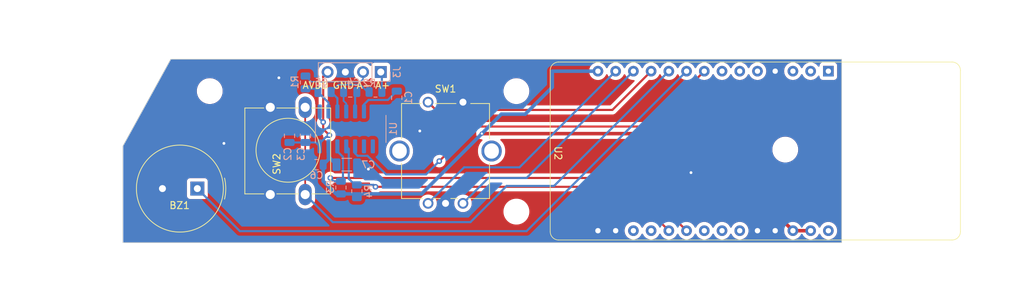
<source format=kicad_pcb>
(kicad_pcb (version 20221018) (generator pcbnew)
  (layers (0 "F.Cu" signal) (31 "B.Cu" signal) (34 "B.Paste" user) (35 "F.Paste" user) (36 "B.SilkS" user "B.Silkscreen") (37 "F.SilkS" user "F.Silkscreen") (38 "B.Mask" user) (39 "F.Mask" user) (44 "Edge.Cuts" user))
  (net 0 "")
  (net 1 "/BUZZ")
  (net 2 "GND")
  (net 3 "Net-(U1-VBG)")
  (net 4 "VDDA")
  (net 5 "Net-(U1-VIN2N)")
  (net 6 "Net-(U1-VIN2P)")
  (net 7 "Net-(U1-VIN1N)")
  (net 8 "Net-(U1-VIN1P)")
  (net 9 "+3.3V")
  (net 10 "/SCL")
  (net 11 "/SDA")
  (net 12 "/ENC_A")
  (net 13 "/ENC_B")
  (net 14 "/ENC_SW")
  (net 15 "/BACK_SW")
  (net 16 "/DRDY")
  (net 17 "/A+")
  (net 18 "/A-")
  (footprint "MountingHole:MountingHole_3.2mm_M3" (layer "F.Cu") (at 145.796 63.246)
    (fp_text reference "REF**" hide)
    (fp_text value "MountingHole_3.2mm_M3")
    (pad "" np_thru_hole circle (at 0 0) (size 3.2 3.2) (drill 3.2) (layers "*.Cu" "*.Mask"))
  )
  (footprint "MountingHole:MountingHole_3.2mm_M3" (layer "F.Cu") (at 145.796 45.974)
    (fp_text reference "REF**" hide)
    (fp_text value "MountingHole_3.2mm_M3")
    (pad "" np_thru_hole circle (at 0 0) (size 3.2 3.2) (drill 3.2) (layers "*.Cu" "*.Mask"))
  )
  (footprint "MountingHole:MountingHole_3.2mm_M3" (layer "F.Cu") (at 184.324 54.356)
    (fp_text reference "REF**" hide)
    (fp_text value "MountingHole_3.2mm_M3")
    (pad "" np_thru_hole circle (at 0 0) (size 3.2 3.2) (drill 3.2) (layers "*.Cu" "*.Mask"))
  )
  (footprint "Buzzer_Beeper:Buzzer_TDK_PS1240P02BT_D12.2mm_H6.5mm" (layer "F.Cu") (at 100.076 59.944 180)
    (fp_text reference "BZ1" (at 2.54 -2.413) (layer "F.SilkS"))
    (fp_text value "Buzzer")
    (fp_arc (start -3.9 1.499999) (mid -4.073431 0) (end -3.9 -1.5) (stroke (width 0.12)) (layer "F.SilkS"))
    (fp_circle (center 2.5 0) (end 8.73 0) (stroke (width 0.12)) (fill none) (layer "F.SilkS"))
    (pad "1" thru_hole rect (at 0 0 180) (size 2 2) (drill 1) (layers "*.Cu" "*.Mask") (net 1 "/BUZZ"))
    (pad "2" thru_hole circle (at 5 0 180) (size 2 2) (drill 1) (layers "*.Cu" "*.Mask") (net 2 "GND"))
  )
  (footprint "Button_Switch_THT:SW_PUSH-12mm" (layer "F.Cu") (at 110.53 60.7998 90)
    (fp_text reference "SW2" (at 4.382 0.928 90) (layer "F.SilkS"))
    (fp_text value "SW_Push")
    (fp_line (start 0.1 -3.65) (end 12.4 -3.65) (stroke (width 0.12)) (layer "F.SilkS"))
    (fp_line (start 0.1 -0.93) (end 0.1 -3.65) (stroke (width 0.12)) (layer "F.SilkS"))
    (fp_line (start 0.1 4.07) (end 0.1 0.93) (stroke (width 0.12)) (layer "F.SilkS"))
    (fp_line (start 0.1 8.65) (end 0.1 5.93) (stroke (width 0.12)) (layer "F.SilkS"))
    (fp_line (start 12.4 -3.65) (end 12.4 -0.93) (stroke (width 0.12)) (layer "F.SilkS"))
    (fp_line (start 12.4 0.93) (end 12.4 4.07) (stroke (width 0.12)) (layer "F.SilkS"))
    (fp_line (start 12.4 5.93) (end 12.4 8.65) (stroke (width 0.12)) (layer "F.SilkS"))
    (fp_line (start 12.4 8.65) (end 0.1 8.65) (stroke (width 0.12)) (layer "F.SilkS"))
    (fp_circle (center 6.35 2.54) (end 10.16 5.08) (stroke (width 0.12)) (fill none) (layer "F.SilkS"))
    (pad "1" thru_hole oval (at 0 0 90) (size 3.048 1.85) (drill 1.3) (layers "*.Cu" "*.Mask") (net 2 "GND"))
    (pad "1" thru_hole oval (at 12.5 0 90) (size 3.048 1.85) (drill 1.3) (layers "*.Cu" "*.Mask") (net 2 "GND"))
    (pad "2" thru_hole oval (at 0 5 90) (size 3.048 1.85) (drill 1.3) (layers "*.Cu" "*.Mask") (net 15 "/BACK_SW"))
    (pad "2" thru_hole oval (at 12.5 5 90) (size 3.048 1.85) (drill 1.3) (layers "*.Cu" "*.Mask") (net 15 "/BACK_SW"))
  )
  (footprint "Module:LilyGo_T-Display-S3-AMOLED" (layer "F.Cu") (at 190.5 43.1188 -90)
    (fp_text reference "U2" (at 11.7452 38.735 -90 unlocked) (layer "F.SilkS"))
    (fp_text value "~")
    (fp_line (start -1.309 38.656) (end -1.309 -17.724) (stroke (width 0.1)) (layer "F.SilkS"))
    (fp_line (start -0.109 -18.924) (end 22.991 -18.924) (stroke (width 0.1)) (layer "F.SilkS"))
    (fp_line (start 22.991 39.856) (end -0.109 39.856) (stroke (width 0.1)) (layer "F.SilkS"))
    (fp_line (start 24.191 -17.724) (end 24.191 38.656) (stroke (width 0.1)) (layer "F.SilkS"))
    (fp_arc (start -1.309 -17.724) (mid -0.957528 -18.572528) (end -0.109 -18.924) (stroke (width 0.1)) (layer "F.SilkS"))
    (fp_arc (start -0.109 39.856) (mid -0.957528 39.504528) (end -1.309 38.656) (stroke (width 0.1)) (layer "F.SilkS"))
    (fp_arc (start 22.991 -18.924) (mid 23.839528 -18.572528) (end 24.191 -17.724) (stroke (width 0.1)) (layer "F.SilkS"))
    (fp_arc (start 24.191 38.656) (mid 23.839528 39.504528) (end 22.991 39.856) (stroke (width 0.1)) (layer "F.SilkS"))
    (pad "1" thru_hole rect (at 0 0 270) (size 1.524 1.524) (drill 0.762) (layers "*.Cu" "*.Mask"))
    (pad "2" thru_hole circle (at 0 2.54 270) (size 1.524 1.524) (drill 0.762) (layers "*.Cu" "*.Mask"))
    (pad "3" thru_hole circle (at 0 5.08 270) (size 1.524 1.524) (drill 0.762) (layers "*.Cu" "*.Mask"))
    (pad "4" thru_hole circle (at 0 7.62 270) (size 1.524 1.524) (drill 0.762) (layers "*.Cu" "*.Mask") (net 2 "GND"))
    (pad "5" thru_hole circle (at 0 10.16 270) (size 1.524 1.524) (drill 0.762) (layers "*.Cu" "*.Mask"))
    (pad "6" thru_hole circle (at 0 12.7 270) (size 1.524 1.524) (drill 0.762) (layers "*.Cu" "*.Mask"))
    (pad "7" thru_hole circle (at 0 15.24 270) (size 1.524 1.524) (drill 0.762) (layers "*.Cu" "*.Mask"))
    (pad "8" thru_hole circle (at 0 17.78 270) (size 1.524 1.524) (drill 0.762) (layers "*.Cu" "*.Mask") (net 16 "/DRDY"))
    (pad "9" thru_hole circle (at 0 20.32 270) (size 1.524 1.524) (drill 0.762) (layers "*.Cu" "*.Mask") (net 1 "/BUZZ"))
    (pad "10" thru_hole circle (at 0 22.86 270) (size 1.524 1.524) (drill 0.762) (layers "*.Cu" "*.Mask") (net 15 "/BACK_SW"))
    (pad "11" thru_hole circle (at 0 25.4 270) (size 1.524 1.524) (drill 0.762) (layers "*.Cu" "*.Mask") (net 14 "/ENC_SW"))
    (pad "12" thru_hole circle (at 0 27.94 270) (size 1.524 1.524) (drill 0.762) (layers "*.Cu" "*.Mask") (net 13 "/ENC_B"))
    (pad "13" thru_hole circle (at 0 30.48 270) (size 1.524 1.524) (drill 0.762) (layers "*.Cu" "*.Mask") (net 12 "/ENC_A"))
    (pad "14" thru_hole circle (at 0 33.02 270) (size 1.524 1.524) (drill 0.762) (layers "*.Cu" "*.Mask") (net 9 "+3.3V"))
    (pad "15" thru_hole circle (at 22.86 33.02 270) (size 1.524 1.524) (drill 0.762) (layers "*.Cu" "*.Mask") (net 2 "GND"))
    (pad "16" thru_hole circle (at 22.86 30.48 270) (size 1.524 1.524) (drill 0.762) (layers "*.Cu" "*.Mask") (net 2 "GND"))
    (pad "17" thru_hole circle (at 22.86 27.94 270) (size 1.524 1.524) (drill 0.762) (layers "*.Cu" "*.Mask"))
    (pad "18" thru_hole circle (at 22.86 25.4 270) (size 1.524 1.524) (drill 0.762) (layers "*.Cu" "*.Mask"))
    (pad "19" thru_hole circle (at 22.86 22.86 270) (size 1.524 1.524) (drill 0.762) (layers "*.Cu" "*.Mask") (net 10 "/SCL"))
    (pad "20" thru_hole circle (at 22.86 20.32 270) (size 1.524 1.524) (drill 0.762) (layers "*.Cu" "*.Mask") (net 11 "/SDA"))
    (pad "21" thru_hole circle (at 22.86 17.78 270) (size 1.524 1.524) (drill 0.762) (layers "*.Cu" "*.Mask"))
    (pad "22" thru_hole circle (at 22.86 15.24 270) (size 1.524 1.524) (drill 0.762) (layers "*.Cu" "*.Mask"))
    (pad "23" thru_hole circle (at 22.86 12.7 270) (size 1.524 1.524) (drill 0.762) (layers "*.Cu" "*.Mask"))
    (pad "24" thru_hole circle (at 22.86 10.16 270) (size 1.524 1.524) (drill 0.762) (layers "*.Cu" "*.Mask") (net 2 "GND"))
    (pad "25" thru_hole circle (at 22.86 7.62 270) (size 1.524 1.524) (drill 0.762) (layers "*.Cu" "*.Mask") (net 2 "GND"))
    (pad "26" thru_hole circle (at 22.86 5.08 270) (size 1.524 1.524) (drill 0.762) (layers "*.Cu" "*.Mask") (net 9 "+3.3V"))
    (pad "27" thru_hole circle (at 22.86 2.54 270) (size 1.524 1.524) (drill 0.762) (layers "*.Cu" "*.Mask") (net 9 "+3.3V"))
    (pad "28" thru_hole circle (at 22.86 0 270) (size 1.524 1.524) (drill 0.762) (layers "*.Cu" "*.Mask"))
  )
  (footprint "Rotary_Encoder:RotaryEncoder_Bourns_Vertical_PEC12R-3xxxF-Sxxxx" (layer "F.Cu") (at 133.14 62.0598 90)
    (fp_text reference "SW1" (at 16.4 2.5) (layer "F.SilkS"))
    (fp_text value "RotaryEncoder_Switch")
    (fp_line (start 0.7 -3.8) (end 5.75 -3.8) (stroke (width 0.12)) (layer "F.SilkS"))
    (fp_line (start 0.7 -0.8) (end 0.7 -3.8) (stroke (width 0.12)) (layer "F.SilkS"))
    (fp_line (start 0.7 0.75) (end 0.7 1.75) (stroke (width 0.12)) (layer "F.SilkS"))
    (fp_line (start 0.7 3.25) (end 0.7 4.25) (stroke (width 0.12)) (layer "F.SilkS"))
    (fp_line (start 0.7 5.8) (end 0.7 8.8) (stroke (width 0.12)) (layer "F.SilkS"))
    (fp_line (start 5.75 8.8) (end 0.7 8.8) (stroke (width 0.12)) (layer "F.SilkS"))
    (fp_line (start 9.25 -3.8) (end 14.3 -3.8) (stroke (width 0.12)) (layer "F.SilkS"))
    (fp_line (start 14.3 -3.8) (end 14.3 -1) (stroke (width 0.12)) (layer "F.SilkS"))
    (fp_line (start 14.3 1) (end 14.3 4) (stroke (width 0.12)) (layer "F.SilkS"))
    (fp_line (start 14.3 6.1) (end 14.3 8.8) (stroke (width 0.12)) (layer "F.SilkS"))
    (fp_line (start 14.3 8.8) (end 9.25 8.8) (stroke (width 0.12)) (layer "F.SilkS"))
    (pad "A" thru_hole circle (at 0 0) (size 1.524 1.524) (drill 1) (layers "*.Cu" "*.Mask") (net 12 "/ENC_A"))
    (pad "B" thru_hole circle (at 0 5) (size 1.524 1.524) (drill 1) (layers "*.Cu" "*.Mask") (net 13 "/ENC_B"))
    (pad "C" thru_hole circle (at 0 2.5) (size 1.524 1.524) (drill 1) (layers "*.Cu" "*.Mask") (net 2 "GND"))
    (pad "S1" thru_hole circle (at 14.5 0) (size 1.524 1.524) (drill 1) (layers "*.Cu" "*.Mask") (net 14 "/ENC_SW"))
    (pad "S2" thru_hole circle (at 14.5 5) (size 1.524 1.524) (drill 1) (layers "*.Cu" "*.Mask") (net 2 "GND"))
    (pad "SH" thru_hole oval (at 7.5 -4.1) (size 2.9 3) (drill oval 2.1 2.2) (layers "*.Cu" "*.Mask"))
    (pad "SH" thru_hole oval (at 7.5 9.1) (size 2.9 3) (drill oval 2.1 2.2) (layers "*.Cu" "*.Mask"))
  )
  (footprint "MountingHole:MountingHole_3.2mm_M3" (layer "F.Cu") (at 101.854 45.974)
    (fp_text reference "REF**" hide)
    (fp_text value "MountingHole_3.2mm_M3")
    (pad "" np_thru_hole circle (at 0 0) (size 3.2 3.2) (drill 3.2) (layers "*.Cu" "*.Mask"))
  )
  (footprint "Capacitor_SMD:C_0805_2012Metric" (layer "B.Cu") (at 117.155 56.515 180)
    (fp_text reference "C6" (at 0 -1.524) (layer "B.SilkS") (effects (justify mirror)))
    (fp_text value "0.1uF")
    (fp_line (start -0.261252 -0.735) (end 0.261252 -0.735) (stroke (width 0.12)) (layer "B.SilkS"))
    (fp_line (start -0.261252 0.735) (end 0.261252 0.735) (stroke (width 0.12)) (layer "B.SilkS"))
    (pad "1" smd roundrect (at -0.95 0 180) (size 1 1.45) (layers "B.Cu" "B.Paste" "B.Mask") (net 9 "+3.3V"))
    (pad "2" smd roundrect (at 0.95 0 180) (size 1 1.45) (layers "B.Cu" "B.Paste" "B.Mask") (net 2 "GND"))
  )
  (footprint "Capacitor_SMD:C_1206_3216Metric" (layer "B.Cu") (at 121.49 56.515)
    (fp_text reference "C7" (at 3.097 0) (layer "B.SilkS") (effects (justify mirror)))
    (fp_text value "10uF")
    (fp_line (start -0.711252 -0.91) (end 0.711252 -0.91) (stroke (width 0.12)) (layer "B.SilkS"))
    (fp_line (start -0.711252 0.91) (end 0.711252 0.91) (stroke (width 0.12)) (layer "B.SilkS"))
    (pad "1" smd roundrect (at -1.475 0) (size 1.15 1.8) (layers "B.Cu" "B.Paste" "B.Mask") (roundrect_rratio 0.2173913043) (net 9 "+3.3V"))
    (pad "2" smd roundrect (at 1.475 0) (size 1.15 1.8) (layers "B.Cu" "B.Paste" "B.Mask") (roundrect_rratio 0.2173913043) (net 2 "GND"))
  )
  (footprint "Capacitor_SMD:C_0805_2012Metric" (layer "B.Cu") (at 121.981 46.101)
    (fp_text reference "C4" (at 0.447 -1.397) (layer "B.SilkS") (effects (justify mirror)))
    (fp_text value "330pF")
    (fp_line (start -0.261252 -0.735) (end 0.261252 -0.735) (stroke (width 0.12)) (layer "B.SilkS"))
    (fp_line (start -0.261252 0.735) (end 0.261252 0.735) (stroke (width 0.12)) (layer "B.SilkS"))
    (pad "1" smd roundrect (at -0.95 0) (size 1 1.45) (layers "B.Cu" "B.Paste" "B.Mask") (net 5 "Net-(U1-VIN2N)"))
    (pad "2" smd roundrect (at 0.95 0) (size 1 1.45) (layers "B.Cu" "B.Paste" "B.Mask") (net 6 "Net-(U1-VIN2P)"))
  )
  (footprint "Resistor_SMD:R_0805_2012Metric" (layer "B.Cu") (at 122.936 60.325 90)
    (fp_text reference "R4" (at 0 1.65 90) (layer "B.SilkS") (effects (justify mirror)))
    (fp_text value "4K7")
    (fp_line (start -0.227064 -0.735) (end 0.227064 -0.735) (stroke (width 0.12)) (layer "B.SilkS"))
    (fp_line (start -0.227064 0.735) (end 0.227064 0.735) (stroke (width 0.12)) (layer "B.SilkS"))
    (pad "1" smd roundrect (at -0.9125 0 90) (size 1.025 1.4) (layers "B.Cu" "B.Paste" "B.Mask") (roundrect_rratio 0.243902439) (net 9 "+3.3V"))
    (pad "2" smd roundrect (at 0.9125 0 90) (size 1.025 1.4) (layers "B.Cu" "B.Paste" "B.Mask") (roundrect_rratio 0.243902439) (net 10 "/SCL"))
  )
  (footprint "Capacitor_SMD:C_0805_2012Metric" (layer "B.Cu") (at 118.303 46.101)
    (fp_text reference "C5" (at -0.447 -1.397) (layer "B.SilkS") (effects (justify mirror)))
    (fp_text value "0.1uF")
    (fp_line (start -0.261252 -0.735) (end 0.261252 -0.735) (stroke (width 0.12)) (layer "B.SilkS"))
    (fp_line (start -0.261252 0.735) (end 0.261252 0.735) (stroke (width 0.12)) (layer "B.SilkS"))
    (pad "1" smd roundrect (at -0.95 0) (size 1 1.45) (layers "B.Cu" "B.Paste" "B.Mask") (net 7 "Net-(U1-VIN1N)"))
    (pad "2" smd roundrect (at 0.95 0) (size 1 1.45) (layers "B.Cu" "B.Paste" "B.Mask") (net 8 "Net-(U1-VIN1P)"))
  )
  (footprint "Capacitor_SMD:C_0805_2012Metric" (layer "B.Cu") (at 128.651 46.929 90)
    (fp_text reference "C1" (at 0 1.68 90) (layer "B.SilkS") (effects (justify mirror)))
    (fp_text value "0.1uF")
    (fp_line (start -0.261252 -0.735) (end 0.261252 -0.735) (stroke (width 0.12)) (layer "B.SilkS"))
    (fp_line (start -0.261252 0.735) (end 0.261252 0.735) (stroke (width 0.12)) (layer "B.SilkS"))
    (pad "1" smd roundrect (at -0.95 0 90) (size 1 1.45) (layers "B.Cu" "B.Paste" "B.Mask") (net 2 "GND"))
    (pad "2" smd roundrect (at 0.95 0 90) (size 1 1.45) (layers "B.Cu" "B.Paste" "B.Mask") (net 3 "Net-(U1-VBG)"))
  )
  (footprint "Capacitor_SMD:C_0805_2012Metric" (layer "B.Cu") (at 113.284 52.385 90)
    (fp_text reference "C2" (at -2.606 -0.254 90) (layer "B.SilkS") (effects (justify mirror)))
    (fp_text value "0.1uF")
    (fp_line (start -0.261252 -0.735) (end 0.261252 -0.735) (stroke (width 0.12)) (layer "B.SilkS"))
    (fp_line (start -0.261252 0.735) (end 0.261252 0.735) (stroke (width 0.12)) (layer "B.SilkS"))
    (pad "1" smd roundrect (at -0.95 0 90) (size 1 1.45) (layers "B.Cu" "B.Paste" "B.Mask") (net 4 "VDDA"))
    (pad "2" smd roundrect (at 0.95 0 90) (size 1 1.45) (layers "B.Cu" "B.Paste" "B.Mask") (net 2 "GND"))
  )
  (footprint "Connector_PinHeader_2.54mm:PinHeader_1x04_P2.54mm_Vertical" (layer "B.Cu") (at 126.365 43.239311 90)
    (fp_text reference "J3" (at 0 2.33 90) (layer "B.SilkS") (effects (justify mirror)))
    (fp_text value "Load Cell")
    (fp_line (start -1.33 -8.95) (end 1.33 -8.95) (stroke (width 0.12)) (layer "B.SilkS"))
    (fp_line (start -1.33 -1.27) (end -1.33 -8.95) (stroke (width 0.12)) (layer "B.SilkS"))
    (fp_line (start -1.33 -1.27) (end 1.33 -1.27) (stroke (width 0.12)) (layer "B.SilkS"))
    (fp_line (start -1.33 0) (end -1.33 1.33) (stroke (width 0.12)) (layer "B.SilkS"))
    (fp_line (start -1.33 1.33) (end 0 1.33) (stroke (width 0.12)) (layer "B.SilkS"))
    (fp_line (start 1.33 -1.27) (end 1.33 -8.95) (stroke (width 0.12)) (layer "B.SilkS"))
    (pad "1" thru_hole rect (at 0 0 90) (size 1.7 1.7) (drill 1) (layers "*.Cu" "*.Mask") (net 17 "/A+"))
    (pad "2" thru_hole oval (at 0 -2.54 90) (size 1.7 1.7) (drill 1) (layers "*.Cu" "*.Mask") (net 18 "/A-"))
    (pad "3" thru_hole oval (at 0 -5.08 90) (size 1.7 1.7) (drill 1) (layers "*.Cu" "*.Mask") (net 2 "GND"))
    (pad "4" thru_hole oval (at 0 -7.62 90) (size 1.7 1.7) (drill 1) (layers "*.Cu" "*.Mask") (net 4 "VDDA"))
  )
  (footprint "Package_SO:SOP-16_3.9x9.9mm_P1.27mm" (layer "B.Cu") (at 122.047 51.395 -90)
    (fp_text reference "U1" (at 0 -6.096 90) (layer "B.SilkS") (effects (justify mirror)))
    (fp_text value "~")
    (fp_line (start 0 -5.06) (end -1.95 -5.06) (stroke (width 0.12)) (layer "B.SilkS"))
    (fp_line (start 0 -5.06) (end 1.95 -5.06) (stroke (width 0.12)) (layer "B.SilkS"))
    (fp_line (start 0 5.06) (end -3.5 5.06) (stroke (width 0.12)) (layer "B.SilkS"))
    (fp_line (start 0 5.06) (end 1.95 5.06) (stroke (width 0.12)) (layer "B.SilkS"))
    (pad "1" smd roundrect (at -2.5 4.445 270) (size 2 0.6) (layers "B.Cu" "B.Paste" "B.Mask") (net 4 "VDDA"))
    (pad "2" smd roundrect (at -2.5 3.175 270) (size 2 0.6) (layers "B.Cu" "B.Paste" "B.Mask") (net 7 "Net-(U1-VIN1N)"))
    (pad "3" smd roundrect (at -2.5 1.905 270) (size 2 0.6) (layers "B.Cu" "B.Paste" "B.Mask") (net 8 "Net-(U1-VIN1P)"))
    (pad "4" smd roundrect (at -2.5 0.635 270) (size 2 0.6) (layers "B.Cu" "B.Paste" "B.Mask") (net 5 "Net-(U1-VIN2N)"))
    (pad "5" smd roundrect (at -2.5 -0.635 270) (size 2 0.6) (layers "B.Cu" "B.Paste" "B.Mask") (net 6 "Net-(U1-VIN2P)"))
    (pad "6" smd roundrect (at -2.5 -1.905 270) (size 2 0.6) (layers "B.Cu" "B.Paste" "B.Mask") (net 3 "Net-(U1-VBG)"))
    (pad "7" smd roundrect (at -2.5 -3.175 270) (size 2 0.6) (layers "B.Cu" "B.Paste" "B.Mask") (net 2 "GND"))
    (pad "8" smd roundrect (at -2.5 -4.445 270) (size 2 0.6) (layers "B.Cu" "B.Paste" "B.Mask") (net 2 "GND"))
    (pad "9" smd roundrect (at 2.5 -4.445 270) (size 2 0.6) (layers "B.Cu" "B.Paste" "B.Mask") (net 2 "GND"))
    (pad "10" smd roundrect (at 2.5 -3.175 270) (size 2 0.6) (layers "B.Cu" "B.Paste" "B.Mask"))
    (pad "11" smd roundrect (at 2.5 -1.905 270) (size 2 0.6) (layers "B.Cu" "B.Paste" "B.Mask"))
    (pad "12" smd roundrect (at 2.5 -0.635 270) (size 2 0.6) (layers "B.Cu" "B.Paste" "B.Mask") (net 16 "/DRDY"))
    (pad "13" smd roundrect (at 2.5 0.635 270) (size 2 0.6) (layers "B.Cu" "B.Paste" "B.Mask") (net 10 "/SCL"))
    (pad "14" smd roundrect (at 2.5 1.905 270) (size 2 0.6) (layers "B.Cu" "B.Paste" "B.Mask") (net 11 "/SDA"))
    (pad "15" smd roundrect (at 2.5 3.175 270) (size 2 0.6) (layers "B.Cu" "B.Paste" "B.Mask") (net 9 "+3.3V"))
    (pad "16" smd roundrect (at 2.5 4.445 270) (size 2 0.6) (layers "B.Cu" "B.Paste" "B.Mask") (net 4 "VDDA"))
  )
  (footprint "Resistor_SMD:R_0805_2012Metric" (layer "B.Cu") (at 125.603 46.101)
    (fp_text reference "R2" (at -0.889 -1.27) (layer "B.SilkS") (effects (justify mirror)))
    (fp_text value "47")
    (fp_line (start -0.227064 -0.735) (end 0.227064 -0.735) (stroke (width 0.12)) (layer "B.SilkS"))
    (fp_line (start -0.227064 0.735) (end 0.227064 0.735) (stroke (width 0.12)) (layer "B.SilkS"))
    (pad "1" smd roundrect (at -0.9125 0) (size 1.025 1.4) (layers "B.Cu" "B.Paste" "B.Mask") (roundrect_rratio 0.243902439) (net 8 "Net-(U1-VIN1P)"))
    (pad "2" smd roundrect (at 0.9125 0) (size 1.025 1.4) (layers "B.Cu" "B.Paste" "B.Mask") (roundrect_rratio 0.243902439) (net 17 "/A+"))
  )
  (footprint "Resistor_SMD:R_0805_2012Metric" (layer "B.Cu") (at 120.65 59.7935 90)
    (fp_text reference "R3" (at 0.1035 -1.524 90) (layer "B.SilkS") (effects (justify mirror)))
    (fp_text value "4K7")
    (fp_line (start -0.227064 -0.735) (end 0.227064 -0.735) (stroke (width 0.12)) (layer "B.SilkS"))
    (fp_line (start -0.227064 0.735) (end 0.227064 0.735) (stroke (width 0.12)) (layer "B.SilkS"))
    (pad "1" smd roundrect (at -0.9125 0 90) (size 1.025 1.4) (layers "B.Cu" "B.Paste" "B.Mask") (roundrect_rratio 0.243902439) (net 9 "+3.3V"))
    (pad "2" smd roundrect (at 0.9125 0 90) (size 1.025 1.4) (layers "B.Cu" "B.Paste" "B.Mask") (roundrect_rratio 0.243902439) (net 11 "/SDA"))
  )
  (footprint "Resistor_SMD:R_0805_2012Metric" (layer "B.Cu") (at 115.57 44.7275 90)
    (fp_text reference "R1" (at 0.0235 -1.524 90) (layer "B.SilkS") (effects (justify mirror)))
    (fp_text value "47")
    (fp_line (start -0.227064 -0.735) (end 0.227064 -0.735) (stroke (width 0.12)) (layer "B.SilkS"))
    (fp_line (start -0.227064 0.735) (end 0.227064 0.735) (stroke (width 0.12)) (layer "B.SilkS"))
    (pad "1" smd roundrect (at -0.9125 0 90) (size 1.025 1.4) (layers "B.Cu" "B.Paste" "B.Mask") (roundrect_rratio 0.243902439) (net 7 "Net-(U1-VIN1N)"))
    (pad "2" smd roundrect (at 0.9125 0 90) (size 1.025 1.4) (layers "B.Cu" "B.Paste" "B.Mask") (roundrect_rratio 0.243902439) (net 18 "/A-"))
  )
  (footprint "Capacitor_SMD:C_0805_2012Metric" (layer "B.Cu") (at 115.57 52.385 90)
    (fp_text reference "C3" (at -2.606 -0.635 90) (layer "B.SilkS") (effects (justify mirror)))
    (fp_text value "1uF")
    (fp_line (start -0.261252 -0.735) (end 0.261252 -0.735) (stroke (width 0.12)) (layer "B.SilkS"))
    (fp_line (start -0.261252 0.735) (end 0.261252 0.735) (stroke (width 0.12)) (layer "B.SilkS"))
    (pad "1" smd roundrect (at -0.95 0 90) (size 1 1.45) (layers "B.Cu" "B.Paste" "B.Mask") (net 4 "VDDA"))
    (pad "2" smd roundrect (at 0.95 0 90) (size 1 1.45) (layers "B.Cu" "B.Paste" "B.Mask") (net 2 "GND"))
  )
  (gr_poly (pts (xy 192.405 67.691) (xy 192.405 41.402) (xy 96.266 41.402) (xy 89.408 53.848) (xy 89.408 67.691)) (stroke (width 0.1)) (fill none) (layer "Edge.Cuts"))
  (gr_text "A+" (at 125.476 45.72) (layer "F.SilkS") (effects (font (size 1 1)) (justify left bottom)))
  (gr_text "AVDD" (at 115.062 45.72) (layer "F.SilkS") (effects (font (size 1 1)) (justify left bottom)))
  (gr_text "GND" (at 119.38 45.72) (layer "F.SilkS") (effects (font (size 1 1)) (justify left bottom)))
  (gr_text "A-" (at 122.809 45.72) (layer "F.SilkS") (effects (font (size 1 1)) (justify left bottom)))
  (segment (start 100.076 59.944) (end 106.172 66.04) (width 0.3048) (layer "B.Cu") (net 1))
  (segment (start 106.172 66.04) (end 147.2588 66.04) (width 0.3048) (layer "B.Cu") (net 1))
  (segment (start 147.2588 66.04) (end 170.18 43.1188) (width 0.3048) (layer "B.Cu") (net 1))
  (via (at 111.76 44.069) (size 0.8) (drill 0.4) (layers "F.Cu" "B.Cu") (net 2))
  (via (at 131.953 51.689) (size 0.8) (drill 0.4) (layers "F.Cu" "B.Cu") (net 2))
  (via (at 170.815 57.658) (size 0.8) (drill 0.4) (layers "F.Cu" "B.Cu") (net 2))
  (via (at 124.587 57.15) (size 0.8) (drill 0.4) (layers "F.Cu" "B.Cu") (net 2))
  (via (at 103.886 53.467) (size 0.8) (drill 0.4) (layers "F.Cu" "B.Cu") (net 2))
  (segment (start 124.603 47.244) (end 127.386 47.244) (width 0.3048) (layer "B.Cu") (net 3))
  (segment (start 123.952 48.895) (end 123.952 47.895) (width 0.3048) (layer "B.Cu") (net 3))
  (segment (start 123.952 47.895) (end 124.603 47.244) (width 0.3048) (layer "B.Cu") (net 3))
  (segment (start 127.386 47.244) (end 128.651 45.979) (width 0.3048) (layer "B.Cu") (net 3))
  (segment (start 118.745 43.239311) (end 118.11 43.874311) (width 0.3048) (layer "F.Cu") (net 4))
  (segment (start 118.997872 52.2955) (end 118.11 51.407628) (width 0.3048) (layer "F.Cu") (net 4))
  (segment (start 118.11 51.407628) (end 118.11 50.419) (width 0.3048) (layer "F.Cu") (net 4))
  (segment (start 118.11 43.874311) (end 118.11 50.419) (width 0.3048) (layer "F.Cu") (net 4))
  (via (at 118.11 50.419) (size 0.8) (drill 0.4) (layers "F.Cu" "B.Cu") (net 4))
  (via (at 118.997872 52.2955) (size 0.8) (drill 0.4) (layers "F.Cu" "B.Cu") (net 4))
  (segment (start 118.997872 52.2955) (end 118.750772 52.5426) (width 0.3048) (layer "B.Cu") (net 4))
  (segment (start 113.284 53.335) (end 115.57 53.335) (width 0.3048) (layer "B.Cu") (net 4))
  (segment (start 118.513898 52.5426) (end 117.602 53.454498) (width 0.3048) (layer "B.Cu") (net 4))
  (segment (start 117.042 53.335) (end 117.602 53.895) (width 0.3048) (layer "B.Cu") (net 4))
  (segment (start 117.602 49.911) (end 118.11 50.419) (width 0.3048) (layer "B.Cu") (net 4))
  (segment (start 117.602 53.454498) (end 117.602 53.895) (width 0.3048) (layer "B.Cu") (net 4))
  (segment (start 117.602 48.895) (end 117.602 49.911) (width 0.3048) (layer "B.Cu") (net 4))
  (segment (start 115.57 53.335) (end 117.042 53.335) (width 0.3048) (layer "B.Cu") (net 4))
  (segment (start 118.750772 52.5426) (end 118.513898 52.5426) (width 0.3048) (layer "B.Cu") (net 4))
  (segment (start 121.031 46.101) (end 121.031 47.371) (width 0.25) (layer "B.Cu") (net 5))
  (segment (start 121.412 47.752) (end 121.412 48.895) (width 0.25) (layer "B.Cu") (net 5))
  (segment (start 121.031 47.371) (end 121.412 47.752) (width 0.25) (layer "B.Cu") (net 5))
  (segment (start 122.682 46.35) (end 122.931 46.101) (width 0.3048) (layer "B.Cu") (net 6))
  (segment (start 122.682 48.895) (end 122.682 46.35) (width 0.3048) (layer "B.Cu") (net 6))
  (segment (start 118.872 47.62) (end 118.872 48.895) (width 0.3048) (layer "B.Cu") (net 7))
  (segment (start 116.892 45.64) (end 117.353 46.101) (width 0.3048) (layer "B.Cu") (net 7))
  (segment (start 115.57 45.64) (end 116.892 45.64) (width 0.3048) (layer "B.Cu") (net 7))
  (segment (start 117.353 46.101) (end 118.872 47.62) (width 0.3048) (layer "B.Cu") (net 7))
  (segment (start 120.142 46.99) (end 119.253 46.101) (width 0.3048) (layer "B.Cu") (net 8))
  (segment (start 123.419174 45.051) (end 120.303 45.051) (width 0.25) (layer "B.Cu") (net 8))
  (segment (start 124.6905 46.101) (end 124.469174 46.101) (width 0.25) (layer "B.Cu") (net 8))
  (segment (start 119.253 46.101) (end 119.454076 46.101) (width 0.3048) (layer "B.Cu") (net 8))
  (segment (start 120.303 45.051) (end 119.253 46.101) (width 0.25) (layer "B.Cu") (net 8))
  (segment (start 124.469174 46.101) (end 123.419174 45.051) (width 0.25) (layer "B.Cu") (net 8))
  (segment (start 120.142 48.895) (end 120.142 46.99) (width 0.3048) (layer "B.Cu") (net 8))
  (segment (start 171.5112 52.07) (end 140.843 52.07) (width 0.508) (layer "F.Cu") (net 9))
  (segment (start 185.42 65.9788) (end 171.5112 52.07) (width 0.508) (layer "F.Cu") (net 9))
  (segment (start 187.96 65.9788) (end 185.42 65.9788) (width 0.508) (layer "F.Cu") (net 9))
  (via (at 140.843 52.07) (size 0.61) (drill 0.3) (layers "F.Cu" "B.Cu") (net 9))
  (segment (start 132.207 60.706) (end 120.65 60.706) (width 0.508) (layer "B.Cu") (net 9))
  (segment (start 119.95 60.706) (end 120.65 60.706) (width 0.508) (layer "B.Cu") (net 9))
  (segment (start 150.940088 45.401912) (end 147.066 49.276) (width 0.508) (layer "B.Cu") (net 9))
  (segment (start 143.637 49.276) (end 132.207 60.706) (width 0.508) (layer "B.Cu") (net 9))
  (segment (start 157.48 43.1188) (end 150.940088 43.1188) (width 0.508) (layer "B.Cu") (net 9))
  (segment (start 118.105 58.861) (end 119.95 60.706) (width 0.508) (layer "B.Cu") (net 9))
  (segment (start 147.066 49.276) (end 143.637 49.276) (width 0.508) (layer "B.Cu") (net 9))
  (segment (start 118.105 56.515) (end 118.872 55.748) (width 0.508) (layer "B.Cu") (net 9))
  (segment (start 118.105 56.515) (end 118.105 58.861) (width 0.508) (layer "B.Cu") (net 9))
  (segment (start 118.872 55.372) (end 118.872 53.895) (width 0.508) (layer "B.Cu") (net 9))
  (segment (start 150.940088 43.1188) (end 150.940088 45.401912) (width 0.508) (layer "B.Cu") (net 9))
  (segment (start 120.015 56.515) (end 118.872 55.372) (width 0.508) (layer "B.Cu") (net 9))
  (segment (start 118.872 55.748) (end 118.872 53.895) (width 0.508) (layer "B.Cu") (net 9))
  (segment (start 161.3512 59.69) (end 125.603 59.69) (width 0.3048) (layer "F.Cu") (net 10))
  (segment (start 167.64 65.9788) (end 161.3512 59.69) (width 0.3048) (layer "F.Cu") (net 10))
  (via (at 125.603 59.69) (size 0.8) (drill 0.4) (layers "F.Cu" "B.Cu") (net 10))
  (segment (start 121.412 53.895) (end 121.7796 54.2626) (width 0.3048) (layer "B.Cu") (net 10))
  (segment (start 121.7796 58.5336) (end 122.6585 59.4125) (width 0.3048) (layer "B.Cu") (net 10))
  (segment (start 122.6585 59.4125) (end 122.936 59.4125) (width 0.3048) (layer "B.Cu") (net 10))
  (segment (start 122.936 59.4125) (end 125.3255 59.4125) (width 0.3048) (layer "B.Cu") (net 10))
  (segment (start 121.7796 54.2626) (end 121.7796 58.5336) (width 0.3048) (layer "B.Cu") (net 10))
  (segment (start 125.3255 59.4125) (end 125.603 59.69) (width 0.3048) (layer "B.Cu") (net 10))
  (segment (start 162.6212 58.42) (end 170.18 65.9788) (width 0.3048) (layer "F.Cu") (net 11))
  (segment (start 119.126 58.42) (end 162.6212 58.42) (width 0.3048) (layer "F.Cu") (net 11))
  (via (at 119.126 58.42) (size 0.8) (drill 0.4) (layers "F.Cu" "B.Cu") (net 11))
  (segment (start 120.65 58.881) (end 119.587 58.881) (width 0.3048) (layer "B.Cu") (net 11))
  (segment (start 120.9424 58.5886) (end 120.9424 55.4104) (width 0.3048) (layer "B.Cu") (net 11))
  (segment (start 120.9424 55.4104) (end 120.142 54.61) (width 0.3048) (layer "B.Cu") (net 11))
  (segment (start 119.587 58.881) (end 119.126 58.42) (width 0.3048) (layer "B.Cu") (net 11))
  (segment (start 120.142 54.61) (end 120.142 53.895) (width 0.3048) (layer "B.Cu") (net 11))
  (segment (start 120.65 58.881) (end 120.9424 58.5886) (width 0.3048) (layer "B.Cu") (net 11))
  (segment (start 138.3038 56.896) (end 146.2428 56.896) (width 0.3048) (layer "B.Cu") (net 12))
  (segment (start 146.2428 56.896) (end 160.02 43.1188) (width 0.3048) (layer "B.Cu") (net 12))
  (segment (start 133.14 62.0598) (end 138.3038 56.896) (width 0.3048) (layer "B.Cu") (net 12))
  (segment (start 141.7798 58.42) (end 147.2588 58.42) (width 0.3048) (layer "B.Cu") (net 13))
  (segment (start 147.2588 58.42) (end 162.56 43.1188) (width 0.3048) (layer "B.Cu") (net 13))
  (segment (start 138.14 62.0598) (end 141.7798 58.42) (width 0.3048) (layer "B.Cu") (net 13))
  (segment (start 159.5446 48.6742) (end 165.1 43.1188) (width 0.3048) (layer "F.Cu") (net 14))
  (segment (start 133.14 47.5598) (end 134.2544 48.6742) (width 0.3048) (layer "F.Cu") (net 14))
  (segment (start 134.2544 48.6742) (end 159.5446 48.6742) (width 0.3048) (layer "F.Cu") (net 14))
  (segment (start 115.53 48.2998) (end 115.53 60.7998) (width 0.25) (layer "F.Cu") (net 15))
  (segment (start 144.399 59.563) (end 151.1958 59.563) (width 0.3048) (layer "B.Cu") (net 15))
  (segment (start 151.1958 59.563) (end 167.64 43.1188) (width 0.3048) (layer "B.Cu") (net 15))
  (segment (start 119.4778 64.7476) (end 139.2144 64.7476) (width 0.3048) (layer "B.Cu") (net 15))
  (segment (start 115.53 60.7998) (end 119.4778 64.7476) (width 0.3048) (layer "B.Cu") (net 15))
  (segment (start 139.2144 64.7476) (end 144.399 59.563) (width 0.3048) (layer "B.Cu") (net 15))
  (segment (start 172.72 43.1188) (end 164.7848 51.054) (width 0.3048) (layer "F.Cu") (net 16))
  (segment (start 164.7848 51.054) (end 139.7 51.054) (width 0.3048) (layer "F.Cu") (net 16))
  (segment (start 139.7 51.054) (end 134.747 56.007) (width 0.3048) (layer "F.Cu") (net 16))
  (via (at 134.747 56.007) (size 0.8) (drill 0.4) (layers "F.Cu" "B.Cu") (net 16))
  (segment (start 122.682 53.895) (end 122.682 54.895) (width 0.3048) (layer "B.Cu") (net 16))
  (segment (start 123.0344 55.2474) (end 124.4624 55.2474) (width 0.3048) (layer "B.Cu") (net 16))
  (segment (start 122.682 54.895) (end 123.0344 55.2474) (width 0.3048) (layer "B.Cu") (net 16))
  (segment (start 132.842 57.912) (end 134.747 56.007) (width 0.3048) (layer "B.Cu") (net 16))
  (segment (start 124.4624 55.2474) (end 127.127 57.912) (width 0.3048) (layer "B.Cu") (net 16))
  (segment (start 127.127 57.912) (end 132.842 57.912) (width 0.3048) (layer "B.Cu") (net 16))
  (segment (start 126.5155 46.101) (end 126.5155 43.389811) (width 0.3048) (layer "B.Cu") (net 17))
  (segment (start 126.5155 43.389811) (end 126.365 43.239311) (width 0.3048) (layer "B.Cu") (net 17))
  (segment (start 123.444 44.626) (end 116.381 44.626) (width 0.2) (layer "B.Cu") (net 18))
  (segment (start 116.381 44.626) (end 115.57 43.815) (width 0.2) (layer "B.Cu") (net 18))
  (segment (start 123.825 44.245) (end 123.444 44.626) (width 0.2) (layer "B.Cu") (net 18))
  (segment (start 123.825 43.239311) (end 123.825 44.245) (width 0.2) (layer "B.Cu") (net 18))
  (zone (net 2) (net_name "GND") (layers "F&B.Cu") (connect_pads yes (clearance 0.5)) (min_thickness 0.25) (fill yes (thermal_gap 0.5) (thermal_bridge_width 0.5))
    (polygon (pts (xy 192.405 41.402) (xy 96.266 41.402) (xy 89.408 53.848) (xy 89.408 67.691) (xy 192.405 67.691)))
  )
)
</source>
